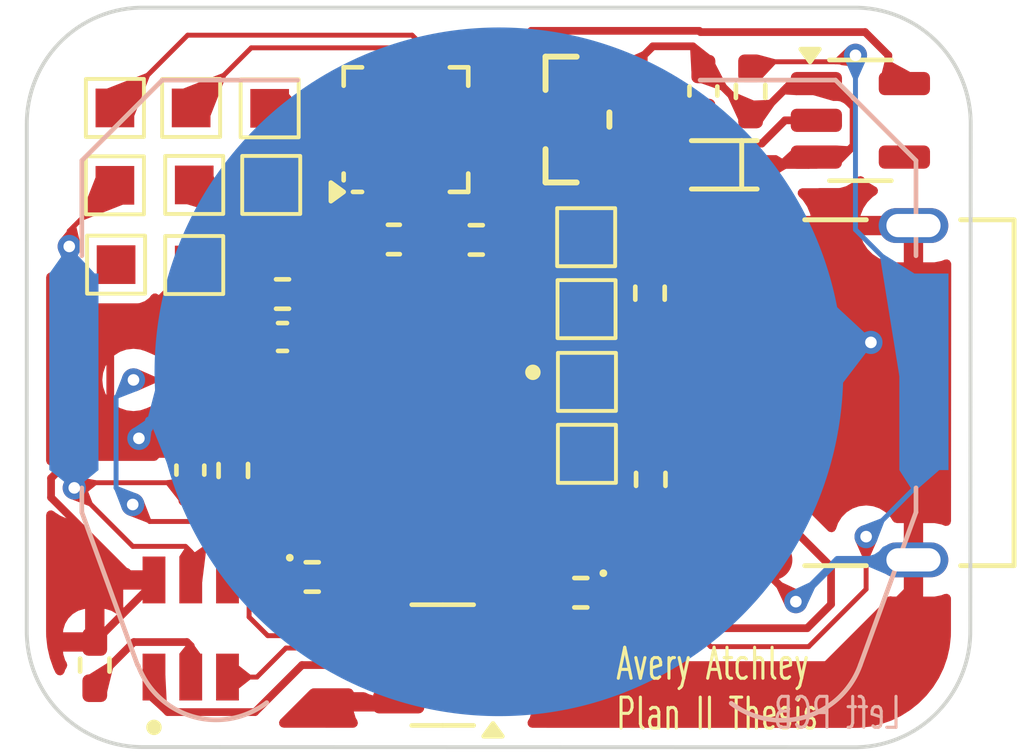
<source format=kicad_pcb>
(kicad_pcb (version 20240108) (generator "pcbnew") (generator_version "8.0")
  (layers (0 "F.Cu" signal) (31 "B.Cu" signal) (34 "B.Paste" user) (35 "F.Paste" user) (36 "B.SilkS" user "B.Silkscreen") (37 "F.SilkS" user "F.Silkscreen") (38 "B.Mask" user) (39 "F.Mask" user) (44 "Edge.Cuts" user))
  (net 0 "")
  (net 1 "B-")
  (net 2 "Net-(U2-GAIN_SLOT)")
  (net 3 "B+")
  (net 4 "VBUS")
  (net 5 "VDD_ESP")
  (net 6 "Net-(J1-CC1_B)")
  (net 7 "D-")
  (net 8 "D+")
  (net 11 "Net-(J1-CC1_A)")
  (net 12 "CLK1")
  (net 13 "SEL1")
  (net 14 "MIC_DATA1")
  (net 15 "Net-(Q1-D)")
  (net 16 "/G1")
  (net 17 "/G2")
  (net 18 "Net-(D2-K)")
  (net 19 "Net-(U3-~{CHRG})")
  (net 20 "Net-(U3-~{STDBY})")
  (net 21 "Net-(D1-K)")
  (net 22 "Net-(U3-PROG)")
  (net 23 "Net-(U4-CS)")
  (net 24 "SPK_P1")
  (net 25 "SPK_N1")
  (net 27 "SPK_DATA1")
  (net 33 "/D1")
  (net 34 "Net-(D5-K)")
  (footprint "MountingHole:Mounting_Pad_Square" (layer "F.Cu") (at 53.16 26.59)
    (property "Reference" "TP29" (hide yes))
    (property "Value" "TestPoint" (hide yes))
    (pad "1" smd rect (at 0 0) (size 1 1) (layers "F.Cu" "F.Mask") (net 8 "D+"))
  )
  (footprint "MountingHole:Mounting_Pad_Square" (layer "F.Cu") (at 53.14 22.85)
    (property "Reference" "TP31" (hide yes))
    (property "Value" "TestPoint" (hide yes))
    (pad "1" smd rect (at 0 0) (size 1 1) (layers "F.Cu" "F.Mask") (net 15 "Net-(Q1-D)"))
  )
  (footprint "LED_SMD:LED_0402_1005Metric" (layer "F.Cu") (at 53.585 30.445 90)
    (property "Reference" "D2" (hide yes))
    (property "Value" "RED_LED" (hide yes))
    (pad "1" smd roundrect (at -0.485 0 90) (size 0.59 0.64) (layers "F.Cu" "F.Paste" "F.Mask") (net 18 "Net-(D2-K)"))
    (pad "2" smd roundrect (at 0.485 0 90) (size 0.59 0.64) (layers "F.Cu" "F.Paste" "F.Mask") (net 4 "VBUS"))
  )
  (footprint "Resistor_SMD:R_0402_1005Metric_Pad0.72x0.64mm_HandSolder" (layer "F.Cu") (at 44.02 28.88 90)
    (property "Reference" "R9" (hide yes))
    (property "Value" "100" (hide yes))
    (pad "1" smd roundrect (at -0.5975 0 90) (size 0.715 0.64) (layers "F.Cu" "F.Paste" "F.Mask") (net 3 "B+"))
    (pad "2" smd roundrect (at 0.5975 0 90) (size 0.715 0.64) (layers "F.Cu" "F.Paste" "F.Mask") (net 1 "B-"))
  )
  (footprint "Resistor_SMD:R_0402_1005Metric" (layer "F.Cu") (at 48.17 22.91)
    (property "Reference" "R10" (hide yes))
    (property "Value" "100k" (hide yes))
    (pad "1" smd roundrect (at -0.51 0) (size 0.54 0.64) (layers "F.Cu" "F.Paste" "F.Mask") (net 2 "Net-(U2-GAIN_SLOT)"))
    (pad "2" smd roundrect (at 0.51 0) (size 0.54 0.64) (layers "F.Cu" "F.Paste" "F.Mask") (net 1 "B-"))
  )
  (footprint "TP4056 (1):SO08-PAD-300" (layer "F.Cu") (at 49.66 27.6338 180)
    (property "Reference" "U3" (hide yes))
    (property "Value" "TP4056")
    (pad "1" smd rect (at -1.905 2.6162 180) (size 0.6 1.8) (layers "F.Cu" "F.Paste" "F.Mask") (net 1 "B-"))
    (pad "2" smd rect (at -0.635 2.6162 180) (size 0.6 1.8) (layers "F.Cu" "F.Paste" "F.Mask") (net 22 "Net-(U3-PROG)"))
    (pad "3" smd rect (at 0.635 2.6162 180) (size 0.6 1.8) (layers "F.Cu" "F.Paste" "F.Mask") (net 1 "B-"))
    (pad "4" smd rect (at 1.905 2.6162 180) (size 0.6 1.8) (layers "F.Cu" "F.Paste" "F.Mask") (net 4 "VBUS"))
    (pad "5" smd rect (at 1.905 -2.6162 180) (size 0.6 1.8) (layers "F.Cu" "F.Paste" "F.Mask") (net 3 "B+"))
    (pad "6" smd rect (at 0.635 -2.6162 180) (size 0.6 1.8) (layers "F.Cu" "F.Paste" "F.Mask") (net 20 "Net-(U3-~{STDBY})"))
    (pad "7" smd rect (at -0.635 -2.6162 180) (size 0.6 1.8) (layers "F.Cu" "F.Paste" "F.Mask") (net 19 "Net-(U3-~{CHRG})"))
    (pad "8" smd rect (at -1.905 -2.6162 180) (size 0.6 1.8) (layers "F.Cu" "F.Paste" "F.Mask") (net 4 "VBUS"))
    (pad "PAD" smd rect (at 0 0 180) (size 3.4 2.5) (layers "F.Cu" "F.Mask") (net 1 "B-"))
  )
  (footprint "Resistor_SMD:R_0402_1005Metric_Pad0.72x0.64mm_HandSolder" (layer "F.Cu") (at 40.44 33.91 90)
    (property "Reference" "R7" (hide yes))
    (property "Value" "1k" (hide yes))
    (pad "1" smd roundrect (at -0.5975 0 90) (size 0.715 0.64) (layers "F.Cu" "F.Paste" "F.Mask") (net 23 "Net-(U4-CS)"))
    (pad "2" smd roundrect (at 0.5975 0 90) (size 0.715 0.64) (layers "F.Cu" "F.Paste" "F.Mask") (net 1 "B-"))
  )
  (footprint "1PS76SB10_135:SOD323_F_" (layer "F.Cu") (at 56.71 20.98)
    (property "Reference" "D5" (hide yes))
    (property "Value" "D_Schottky_Small_Filled" (hide yes))
    (pad "1" smd rect (at 1.1 0) (size 0.5 0.5) (layers "F.Cu" "F.Paste" "F.Mask") (net 34 "Net-(D5-K)"))
    (pad "2" smd rect (at -1.1 0) (size 0.5 0.5) (layers "F.Cu" "F.Paste" "F.Mask") (net 4 "VBUS"))
  )
  (footprint "Capacitor_SMD:C_0402_1005Metric_Pad0.74x0.62mm_HandSolder" (layer "F.Cu") (at 56.17 19.0725 -90)
    (property "Reference" "C1" (hide yes))
    (property "Value" "4.7uF" (hide yes))
    (pad "1" smd roundrect (at -0.5675 0 270) (size 0.735 0.62) (layers "F.Cu" "F.Paste" "F.Mask") (net 34 "Net-(D5-K)"))
    (pad "2" smd roundrect (at 0.5675 0 270) (size 0.735 0.62) (layers "F.Cu" "F.Paste" "F.Mask") (net 1 "B-"))
  )
  (footprint "Capacitor_SMD:C_0402_1005Metric_Pad0.74x0.62mm_HandSolder" (layer "F.Cu") (at 42.91 28.87 90)
    (property "Reference" "C9" (hide yes))
    (property "Value" "100nF" (hide yes))
    (pad "1" smd roundrect (at -0.5675 0 90) (size 0.735 0.62) (layers "F.Cu" "F.Paste" "F.Mask") (net 3 "B+"))
    (pad "2" smd roundrect (at 0.5675 0 90) (size 0.735 0.62) (layers "F.Cu" "F.Paste" "F.Mask") (net 1 "B-"))
  )
  (footprint "LED_SMD:LED_0402_1005Metric" (layer "F.Cu") (at 45.48 30.045 90)
    (property "Reference" "D1" (hide yes))
    (property "Value" "GREEN_LED" (hide yes))
    (pad "1" smd roundrect (at -0.485 0 90) (size 0.59 0.64) (layers "F.Cu" "F.Paste" "F.Mask") (net 21 "Net-(D1-K)"))
    (pad "2" smd roundrect (at 0.485 0 90) (size 0.59 0.64) (layers "F.Cu" "F.Paste" "F.Mask") (net 4 "VBUS"))
  )
  (footprint "MountingHole:Mounting_Pad_Square" (layer "F.Cu") (at 40.99 23.56)
    (property "Reference" "TP14" (hide yes))
    (property "Value" "TestPoint" (hide yes))
    (pad "1" smd rect (at 0 0) (size 1 1) (layers "F.Cu" "F.Mask") (net 14 "MIC_DATA1"))
  )
  (footprint "Resistor_SMD:R_0402_1005Metric_Pad0.72x0.64mm_HandSolder" (layer "F.Cu") (at 45.2925 24.32)
    (property "Reference" "R1" (hide yes))
    (property "Value" "100k" (hide yes))
    (pad "1" smd roundrect (at -0.5975 0) (size 0.715 0.64) (layers "F.Cu" "F.Paste" "F.Mask") (net 4 "VBUS"))
    (pad "2" smd roundrect (at 0.5975 0) (size 0.715 0.64) (layers "F.Cu" "F.Paste" "F.Mask") (net 1 "B-"))
  )
  (footprint "MountingHole:Mounting_Pad_Square" (layer "F.Cu") (at 43.01 21.5)
    (property "Reference" "TP12" (hide yes))
    (property "Value" "TestPoint" (hide yes))
    (pad "1" smd rect (at 0 0) (size 1 1) (layers "F.Cu" "F.Mask") (net 27 "SPK_DATA1"))
  )
  (footprint "Resistor_SMD:R_0402_1005Metric_Pad0.72x0.64mm_HandSolder" (layer "F.Cu") (at 57.39 19.0825 90)
    (property "Reference" "R8" (hide yes))
    (property "Value" "100k" (hide yes))
    (pad "1" smd roundrect (at -0.5975 0 90) (size 0.715 0.64) (layers "F.Cu" "F.Paste" "F.Mask") (net 34 "Net-(D5-K)"))
    (pad "2" smd roundrect (at 0.5975 0 90) (size 0.715 0.64) (layers "F.Cu" "F.Paste" "F.Mask") (net 3 "B+"))
  )
  (footprint "DW01A:SOT95P280X145-6N" (layer "F.Cu") (at 42.92 32.965 90)
    (property "Reference" "U4" (hide yes))
    (property "Value" "DW01A" (hide yes))
    (pad "1" smd rect (at -1.255 -0.95 90) (size 1.21 0.59) (layers "F.Cu" "F.Paste" "F.Mask") (net 16 "/G1"))
    (pad "2" smd rect (at -1.255 0 90) (size 1.21 0.59) (layers "F.Cu" "F.Paste" "F.Mask") (net 23 "Net-(U4-CS)"))
    (pad "3" smd rect (at -1.255 0.95 90) (size 1.21 0.59) (layers "F.Cu" "F.Paste" "F.Mask") (net 17 "/G2"))
    (pad "4" smd rect (at 1.255 0.95 90) (size 1.21 0.59) (layers "F.Cu" "F.Paste" "F.Mask"))
    (pad "5" smd rect (at 1.255 0 90) (size 1.21 0.59) (layers "F.Cu" "F.Paste" "F.Mask") (net 3 "B+"))
    (pad "6" smd rect (at 1.255 -0.95 90) (size 1.21 0.59) (layers "F.Cu" "F.Paste" "F.Mask") (net 1 "B-"))
  )
  (footprint "Resistor_SMD:R_0402_1005Metric_Pad0.72x0.64mm_HandSolder" (layer "F.Cu") (at 54.81 29.11 90)
    (property "Reference" "R2" (hide yes))
    (property "Value" "5.1k" (hide yes))
    (pad "1" smd roundrect (at -0.5975 0 90) (size 0.715 0.64) (layers "F.Cu" "F.Paste" "F.Mask") (net 1 "B-"))
    (pad "2" smd roundrect (at 0.5975 0 90) (size 0.715 0.64) (layers "F.Cu" "F.Paste" "F.Mask") (net 11 "Net-(J1-CC1_A)"))
  )
  (footprint "MountingHole:Mounting_Pad_Square" (layer "F.Cu") (at 40.96 19.51)
    (property "Reference" "TP1" (hide yes))
    (property "Value" "TestPoint" (hide yes))
    (pad "1" smd rect (at 0 0) (size 1 1) (layers "F.Cu" "F.Mask") (net 24 "SPK_P1"))
  )
  (footprint "MountingHole:Mounting_Pad_Square" (layer "F.Cu") (at 53.16 28.45)
    (property "Reference" "TP28" (hide yes))
    (property "Value" "TestPoint" (hide yes))
    (pad "1" smd rect (at 0 0) (size 1 1) (layers "F.Cu" "F.Mask") (net 7 "D-"))
  )
  (footprint "12402012E212A:AMPHENOL_12402012E212A" (layer "F.Cu") (at 61.6 26.87 90)
    (property "Reference" "J1" (hide yes))
    (property "Value" "12402012E212A" (hide yes))
    (pad "A1_B12" smd rect (at -3.2 -4.75 90) (size 0.6 1.14) (layers "F.Cu" "F.Paste" "F.Mask") (net 1 "B-"))
    (pad "A4_B9" smd rect (at -2.4 -4.75 90) (size 0.6 1.14) (layers "F.Cu" "F.Paste" "F.Mask") (net 4 "VBUS"))
    (pad "A5" smd rect (at -1.25 -4.75 90) (size 0.3 1.14) (layers "F.Cu" "F.Paste" "F.Mask") (net 11 "Net-(J1-CC1_A)"))
    (pad "A6" smd rect (at -0.25 -4.75 90) (size 0.3 1.14) (layers "F.Cu" "F.Paste" "F.Mask") (net 8 "D+"))
    (pad "A7" smd rect (at 0.25 -4.75 90) (size 0.3 1.14) (layers "F.Cu" "F.Paste" "F.Mask") (net 7 "D-"))
    (pad "A8" smd rect (at 1.25 -4.75 90) (size 0.3 1.14) (layers "F.Cu" "F.Paste" "F.Mask"))
    (pad "B1_A12" smd rect (at 3.2 -4.75 90) (size 0.6 1.14) (layers "F.Cu" "F.Paste" "F.Mask") (net 1 "B-"))
    (pad "B4_A9" smd rect (at 2.4 -4.75 90) (size 0.6 1.14) (layers "F.Cu" "F.Paste" "F.Mask") (net 4 "VBUS"))
    (pad "B5" smd rect (at 1.75 -4.75 90) (size 0.3 1.14) (layers "F.Cu" "F.Paste" "F.Mask") (net 6 "Net-(J1-CC1_B)"))
    (pad "B6" smd rect (at 0.75 -4.75 90) (size 0.3 1.14) (layers "F.Cu" "F.Paste" "F.Mask") (net 8 "D+"))
    (pad "B7" smd rect (at -0.75 -4.75 90) (size 0.3 1.14) (layers "F.Cu" "F.Paste" "F.Mask") (net 7 "D-"))
    (pad "B8" smd rect (at -1.75 -4.75 90) (size 0.3 1.14) (layers "F.Cu" "F.Paste" "F.Mask"))
    (pad "SH1" smd oval (at -4.32 -4.18 90) (size 1.05 2.1) (layers "F.Cu" "F.Paste" "F.Mask") (net 1 "B-"))
    (pad "SH2" smd oval (at 4.32 -4.18 90) (size 1.05 2.1) (layers "F.Cu" "F.Paste" "F.Mask") (net 1 "B-"))
    (pad "SH3" thru_hole oval (at -4.32 0 90) (size 0.9 1.8) (drill oval 0.6 1.4) (layers "*.Cu" "*.Mask") (net 1 "B-"))
    (pad "SH4" thru_hole oval (at 4.32 0 90) (size 0.9 1.8) (drill oval 0.6 1.4) (layers "*.Cu" "*.Mask") (net 1 "B-"))
  )
  (footprint "MountingHole:Mounting_Pad_Square" (layer "F.Cu") (at 40.96 21.51)
    (property "Reference" "TP27" (hide yes))
    (property "Value" "TestPoint" (hide yes))
    (pad "1" smd rect (at 0 0) (size 1 1) (layers "F.Cu" "F.Mask") (net 3 "B+"))
  )
  (footprint "MountingHole:Mounting_Pad_Square" (layer "F.Cu") (at 43.01 23.57)
    (property "Reference" "TP25" (hide yes))
    (property "Value" "TestPoint" (hide yes))
    (pad "1" smd rect (at 0 0) (size 1 1) (layers "F.Cu" "F.Mask") (net 1 "B-"))
  )
  (footprint "footprints:DMP3099L-7_Correct" (layer "F.Cu") (at 52.9155 19.81 90)
    (property "Reference" "Q1" (hide yes))
    (property "Value" "PMOS" (hide yes))
    (pad "1" smd rect (at 0 -1.0055 90) (size 0.8636 1.6002) (layers "F.Cu" "F.Paste" "F.Mask") (net 15 "Net-(Q1-D)"))
    (pad "2" smd rect (at -0.950001 1.0055 90) (size 0.8636 1.6002) (layers "F.Cu" "F.Paste" "F.Mask") (net 4 "VBUS"))
    (pad "3" smd rect (at 0.950001 1.0055 90) (size 0.8636 1.6002) (layers "F.Cu" "F.Paste" "F.Mask") (net 34 "Net-(D5-K)"))
  )
  (footprint "MountingHole:Mounting_Pad_Square" (layer "F.Cu") (at 53.15 24.71)
    (property "Reference" "TP30" (hide yes))
    (property "Value" "TestPoint" (hide yes))
    (pad "1" smd rect (at 0 0) (size 1 1) (layers "F.Cu" "F.Mask") (net 5 "VDD_ESP"))
  )
  (footprint "Package_TO_SOT_SMD:SOT-23-6" (layer "F.Cu") (at 49.4325 33.91 180)
    (property "Reference" "Q2" (hide yes))
    (property "Value" "FS8205A" (hide yes))
    (pad "1" smd roundrect (at -1.1375 -0.95 180) (size 1.325 0.6) (layers "F.Cu" "F.Paste" "F.Mask") (net 33 "/D1"))
    (pad "2" smd roundrect (at -1.1375 0 180) (size 1.325 0.6) (layers "F.Cu" "F.Paste" "F.Mask") (net 1 "B-"))
    (pad "3" smd roundrect (at -1.1375 0.95 180) (size 1.325 0.6) (layers "F.Cu" "F.Paste" "F.Mask") (net 1 "B-"))
    (pad "4" smd roundrect (at 1.1375 0.95 180) (size 1.325 0.6) (layers "F.Cu" "F.Paste" "F.Mask") (net 17 "/G2"))
    (pad "5" smd roundrect (at 1.1375 0 180) (size 1.325 0.6) (layers "F.Cu" "F.Paste" "F.Mask") (net 16 "/G1"))
    (pad "6" smd roundrect (at 1.1375 -0.95 180) (size 1.325 0.6) (layers "F.Cu" "F.Paste" "F.Mask") (net 1 "B-"))
  )
  (footprint "Resistor_SMD:R_0402_1005Metric_Pad0.72x0.64mm_HandSolder" (layer "F.Cu") (at 46.06 31.6325)
    (property "Reference" "R5" (hide yes))
    (property "Value" "1k" (hide yes))
    (pad "1" smd roundrect (at -0.5975 0) (size 0.715 0.64) (layers "F.Cu" "F.Paste" "F.Mask") (net 21 "Net-(D1-K)"))
    (pad "2" smd roundrect (at 0.5975 0) (size 0.715 0.64) (layers "F.Cu" "F.Paste" "F.Mask") (net 20 "Net-(U3-~{STDBY})"))
  )
  (footprint "Package_DFN_QFN:TQFN-16-1EP_3x3mm_P0.5mm_EP1.23x1.23mm" (layer "F.Cu") (at 48.4825 20.07 90)
    (property "Reference" "U2" (hide yes))
    (property "Value" "MAX98357A" (hide yes))
    (pad "1" smd roundrect (at -1.4375 -0.75 90) (size 0.825 0.25) (layers "F.Cu" "F.Paste" "F.Mask") (net 27 "SPK_DATA1"))
    (pad "2" smd roundrect (at -1.4375 -0.25 90) (size 0.825 0.25) (layers "F.Cu" "F.Paste" "F.Mask") (net 2 "Net-(U2-GAIN_SLOT)"))
    (pad "3" smd roundrect (at -1.4375 0.25 90) (size 0.825 0.25) (layers "F.Cu" "F.Paste" "F.Mask") (net 1 "B-"))
    (pad "4" smd roundrect (at -1.4375 0.75 90) (size 0.825 0.25) (layers "F.Cu" "F.Paste" "F.Mask") (net 5 "VDD_ESP"))
    (pad "5" smd roundrect (at -0.75 1.4375 90) (size 0.25 0.825) (layers "F.Cu" "F.Paste" "F.Mask"))
    (pad "6" smd roundrect (at -0.25 1.4375 90) (size 0.25 0.825) (layers "F.Cu" "F.Paste" "F.Mask"))
    (pad "7" smd roundrect (at 0.25 1.4375 90) (size 0.25 0.825) (layers "F.Cu" "F.Paste" "F.Mask") (net 5 "VDD_ESP"))
    (pad "8" smd roundrect (at 0.75 1.4375 90) (size 0.25 0.825) (layers "F.Cu" "F.Paste" "F.Mask") (net 5 "VDD_ESP"))
    (pad "9" smd roundrect (at 1.4375 0.75 90) (size 0.825 0.25) (layers "F.Cu" "F.Paste" "F.Mask") (net 24 "SPK_P1"))
    (pad "10" smd roundrect (at 1.4375 0.25 90) (size 0.825 0.25) (layers "F.Cu" "F.Paste" "F.Mask") (net 25 "SPK_N1"))
    (pad "11" smd roundrect (at 1.4375 -0.25 90) (size 0.825 0.25) (layers "F.Cu" "F.Paste" "F.Mask") (net 1 "B-"))
    (pad "12" smd roundrect (at 1.4375 -0.75 90) (size 0.825 0.25) (layers "F.Cu" "F.Paste" "F.Mask"))
    (pad "13" smd roundrect (at 0.75 -1.4375 90) (size 0.25 0.825) (layers "F.Cu" "F.Paste" "F.Mask"))
    (pad "14" smd roundrect (at 0.25 -1.4375 90) (size 0.25 0.825) (layers "F.Cu" "F.Paste" "F.Mask") (net 13 "SEL1"))
    (pad "15" smd roundrect (at -0.25 -1.4375 90) (size 0.25 0.825) (layers "F.Cu" "F.Paste" "F.Mask") (net 1 "B-"))
    (pad "16" smd roundrect (at -0.75 -1.4375 90) (size 0.25 0.825) (layers "F.Cu" "F.Paste" "F.Mask") (net 12 "CLK1"))
    (pad "17" smd rect (at 0 0 90) (size 1.23 1.23) (property pad_prop_heatsink) (layers "F.Cu" "F.Mask") (net 1 "B-"))
  )
  (footprint "MountingHole:Mounting_Pad_Square" (layer "F.Cu") (at 45 21.5)
    (property "Reference" "TP11" (hide yes))
    (property "Value" "TestPoint" (hide yes))
    (pad "1" smd rect (at 0 0) (size 1 1) (layers "F.Cu" "F.Mask") (net 12 "CLK1"))
  )
  (footprint "Capacitor_SMD:C_0402_1005Metric_Pad0.74x0.62mm_HandSolder" (layer "F.Cu") (at 45.2925 25.43)
    (property "Reference" "C2" (hide yes))
    (property "Value" "10uF" (hide yes))
    (pad "1" smd roundrect (at -0.5675 0) (size 0.735 0.62) (layers "F.Cu" "F.Paste" "F.Mask") (net 4 "VBUS"))
    (pad "2" smd roundrect (at 0.5675 0) (size 0.735 0.62) (layers "F.Cu" "F.Paste" "F.Mask") (net 1 "B-"))
  )
  (footprint "Resistor_SMD:R_0402_1005Metric_Pad0.72x0.64mm_HandSolder" (layer "F.Cu") (at 53.0025 32.04 180)
    (property "Reference" "R4" (hide yes))
    (property "Value" "1k" (hide yes))
    (pad "1" smd roundrect (at -0.5975 0 180) (size 0.715 0.64) (layers "F.Cu" "F.Paste" "F.Mask") (net 18 "Net-(D2-K)"))
    (pad "2" smd roundrect (at 0.5975 0 180) (size 0.715 0.64) (layers "F.Cu" "F.Paste" "F.Mask") (net 19 "Net-(U3-~{CHRG})"))
  )
  (footprint "Package_TO_SOT_SMD:SOT-23-5" (layer "F.Cu") (at 60.2275 19.83)
    (property "Reference" "U1" (hide yes))
    (property "Value" "AP2112K-3.3" (hide yes))
    (pad "1" smd roundrect (at -1.1375 -0.95) (size 1.325 0.6) (layers "F.Cu" "F.Paste" "F.Mask") (net 34 "Net-(D5-K)"))
    (pad "2" smd roundrect (at -1.1375 0) (size 1.325 0.6) (layers "F.Cu" "F.Paste" "F.Mask") (net 1 "B-"))
    (pad "3" smd roundrect (at -1.1375 0.95) (size 1.325 0.6) (layers "F.Cu" "F.Paste" "F.Mask") (net 34 "Net-(D5-K)"))
    (pad "4" smd roundrect (at 1.1375 0.95) (size 1.325 0.6) (layers "F.Cu" "F.Paste" "F.Mask"))
    (pad "5" smd roundrect (at 1.1375 -0.95) (size 1.325 0.6) (layers "F.Cu" "F.Paste" "F.Mask") (net 5 "VDD_ESP"))
  )
  (footprint "Resistor_SMD:R_0402_1005Metric_Pad0.72x0.64mm_HandSolder" (layer "F.Cu") (at 54.79 24.2975 90)
    (property "Reference" "R3" (hide yes))
    (property "Value" "5.1k" (hide yes))
    (pad "1" smd roundrect (at -0.5975 0 90) (size 0.715 0.64) (layers "F.Cu" "F.Paste" "F.Mask") (net 6 "Net-(J1-CC1_B)"))
    (pad "2" smd roundrect (at 0.5975 0 90) (size 0.715 0.64) (layers "F.Cu" "F.Paste" "F.Mask") (net 1 "B-"))
  )
  (footprint "MountingHole:Mounting_Pad_Square" (layer "F.Cu") (at 44.96 19.52)
    (property "Reference" "TP10" (hide yes))
    (property "Value" "TestPoint" (hide yes))
    (pad "1" smd rect (at 0 0) (size 1 1) (layers "F.Cu" "F.Mask") (net 13 "SEL1"))
  )
  (footprint "MountingHole:Mounting_Pad_Square" (layer "F.Cu") (at 42.93 19.51)
    (property "Reference" "TP2" (hide yes))
    (property "Value" "TestPoint" (hide yes))
    (pad "1" smd rect (at 0 0) (size 1 1) (layers "F.Cu" "F.Mask") (net 25 "SPK_N1"))
  )
  (footprint "Resistor_SMD:R_0402_1005Metric_Pad0.72x0.64mm_HandSolder" (layer "F.Cu") (at 50.3 22.92)
    (property "Reference" "R6" (hide yes))
    (property "Value" "2k" (hide yes))
    (pad "1" smd roundrect (at -0.5975 0) (size 0.715 0.64) (layers "F.Cu" "F.Paste" "F.Mask") (net 1 "B-"))
    (pad "2" smd roundrect (at 0.5975 0) (size 0.715 0.64) (layers "F.Cu" "F.Paste" "F.Mask") (net 22 "Net-(U3-PROG)"))
  )
  (footprint "Battery:BatteryHolder_Keystone_3034_1x20mm_CustomCourtyard" (layer "B.Cu") (at 50.885 26.33 180)
    (property "Reference" "BT2" (hide yes))
    (property "Value" "Battery_Cell" (hide yes))
    (pad "1" smd rect (at -10.985 0 180) (size 1.27 5.08) (layers "B.Cu" "B.Paste" "B.Mask") (net 3 "B+"))
    (pad "1" smd rect (at 10.985 0 180) (size 1.27 5.08) (layers "B.Cu" "B.Paste" "B.Mask") (net 3 "B+"))
    (pad "2" smd circle (at 0 0 180) (size 17.8 17.8) (layers "B.Cu" "B.Mask") (net 1 "B-"))
  )
  (gr_poly (pts (arc (start 41.673927 36.02893) (mid 39.557318 35.152201) (end 38.680589 33.035592)) (arc (start 38.681909 19.916912) (mid 39.560589 17.795592) (end 41.681909 16.916912)) (arc (start 60.079269 16.916912) (mid 62.200589 17.795592) (end 63.079269 19.916912)) (arc (start 63.069269 33.034272) (mid 62.190589 35.155592) (end 60.069269 36.034272))) (stroke (width 0.1)) (fill none) (layer "Edge.Cuts"))
  (gr_text "Left PCB\n" (at 61.32 35.62 0) (layer "B.SilkS") (effects (font (size 0.8 0.5) (thickness 0.08)) (justify left bottom mirror)))
  (gr_text "Avery Atchley\nPlan II Thesis" (at 53.87 35.64 0) (layer "F.SilkS") (effects (font (size 0.8 0.5) (thickness 0.08)) (justify left bottom)))
  (segment (start 49.025 26.9988) (end 49.66 27.6338) (width 0.2) (layer "F.Cu") (net 1))
  (segment (start 57.26 22.39) (end 57.42 22.55) (width 0.2) (layer "F.Cu") (net 1))
  (segment (start 53.95 25.51) (end 52.0574 25.51) (width 0.2) (layer "F.Cu") (net 1))
  (segment (start 57.42 22.55) (end 61.6 22.55) (width 0.2) (layer "F.Cu") (net 1))
  (segment (start 54.11 25.35) (end 53.95 25.51) (width 0.2) (layer "F.Cu") (net 1))
  (segment (start 48.7325 20.32) (end 48.4825 20.07) (width 0.2) (layer "F.Cu") (net 1))
  (segment (start 57.42 22.55) (end 60.44 25.57) (width 0.2) (layer "F.Cu") (net 1))
  (segment (start 57.42 31.19) (end 57.48 31.19) (width 0.2) (layer "F.Cu") (net 1))
  (segment (start 58.28 19.83) (end 57.68 20.43) (width 0.2) (layer "F.Cu") (net 1))
  (segment (start 59.09 19.83) (end 58.28 19.83) (width 0.2) (layer "F.Cu") (net 1))
  (segment (start 48.2325 20.32) (end 48.4825 20.07) (width 0.2) (layer "F.Cu") (net 1))
  (segment (start 40.84 25.74) (end 40.84 27.31) (width 0.2) (layer "F.Cu") (net 1))
  (segment (start 40.34 28.05) (end 41.58 28.05) (width 0.2) (layer "F.Cu") (net 1))
  (segment (start 57.31 20.43) (end 57.26 20.48) (width 0.2) (layer "F.Cu") (net 1))
  (segment (start 54.3525 29.25) (end 52.365 29.25) (width 0.2) (layer "F.Cu") (net 1))
  (segment (start 51.565 25.7288) (end 49.66 27.6338) (width 0.2) (layer "F.Cu") (net 1))
  (segment (start 54.79 23.7) (end 54.11 24.38) (width 0.2) (layer "F.Cu") (net 1))
  (segment (start 56.82 23.7) (end 56.85 23.67) (width 0.2) (layer "F.Cu") (net 1))
  (segment (start 56.96 20.43) (end 56.17 19.64) (width 0.2) (layer "F.Cu") (net 1))
  (segment (start 49.7025 22.92) (end 48.69 22.92) (width 0.2) (layer "F.Cu") (net 1))
  (segment (start 46.68 23.53) (end 48.06 23.53) (width 0.2) (layer "F.Cu") (net 1))
  (segment (start 56.85 23.12) (end 57.42 22.55) (width 0.2) (layer "F.Cu") (net 1))
  (segment (start 41.8325 28.3025) (end 41.58 28.05) (width 0.2) (layer "F.Cu") (net 1))
  (segment (start 48.245 34.78) (end 49.216948 34.78) (width 0.2) (layer "F.Cu") (net 1))
  (segment (start 50.57 33.91) (end 50.57 32.96) (width 0.2) (layer "F.Cu") (net 1))
  (segment (start 56.85 23.67) (end 56.85 23.12) (width 0.2) (layer "F.Cu") (net 1))
  (segment (start 49.025 25.0176) (end 49.025 23.5975) (width 0.2) (layer "F.Cu") (net 1))
  (segment (start 52.0574 25.51) (end 51.565 25.0176) (width 0.2) (layer "F.Cu") (net 1))
  (segment (start 40.44 33.3125) (end 41.97 31.7825) (width 0.2) (layer "F.Cu") (net 1))
  (segment (start 54.11 24.38) (end 54.11 25.35) (width 0.2) (layer "F.Cu") (net 1))
  (segment (start 41.270934 31.505934) (end 41.237405 31.505934) (width 0.2) (layer "F.Cu") (net 1))
  (segment (start 48.7325 22.8575) (end 48.68 22.91) (width 0.2) (layer "F.Cu") (net 1))
  (segment (start 42.91 28.3025) (end 41.8325 28.3025) (width 0.2) (layer "F.Cu") (net 1))
  (segment (start 49.025 25.0176) (end 49.025 26.9988) (width 0.2) (layer "F.Cu") (net 1))
  (segment (start 40.84 27.31) (end 41.58 28.05) (width 0.2) (layer "F.Cu") (net 1))
  (segment (start 57.31 20.43) (end 56.96 20.43) (width 0.2) (layer "F.Cu") (net 1))
  (segment (start 57.42 31.19) (end 57.42 30.64) (width 0.2) (layer "F.Cu") (net 1))
  (segment (start 45.89 24.32) (end 46.68 23.53) (width 0.2) (layer "F.Cu") (net 1))
  (segment (start 57.48 31.19) (end 58.56 32.27) (width 0.2) (layer "F.Cu") (net 1))
  (segment (start 57.26 20.48) (end 57.26 22.39) (width 0.2) (layer "F.Cu") (net 1))
  (segment (start 39.31 29.578529) (end 39.31 29.08) (width 0.2) (layer "F.Cu") (net 1))
  (segment (start 61.6 22.55) (end 61.6 31.19) (width 0.2) (layer "F.Cu") (net 1))
  (segment (start 48.69 22.92) (end 48.68 22.91) (width 0.2) (layer "F.Cu") (net 1))
  (segment (start 50.7488 27.6338) (end 49.66 27.6338) (width 0.2) (layer "F.Cu") (net 1))
  (segment (start 41.97 31.71) (end 41.475 31.71) (width 0.2) (layer "F.Cu") (net 1))
  (segment (start 52.365 29.25) (end 50.7488 27.6338) (width 0.2) (layer "F.Cu") (net 1))
  (segment (start 60.44 25.57) (end 60.5 25.57) (width 0.2) (layer "F.Cu") (net 1))
  (segment (start 41.237405 31.505934) (end 39.31 29.578529) (width 0.2) (layer "F.Cu") (net 1))
  (segment (start 48.06 23.53) (end 48.68 22.91) (width 0.2) (layer "F.Cu") (net 1))
  (segment (start 39.31 29.08) (end 40.34 28.05) (width 0.2) (layer "F.Cu") (net 1))
  (segment (start 45.86 25.43) (end 45.86 24.35) (width 0.2) (layer "F.Cu") (net 1))
  (segment (start 41.97 31.7825) (end 41.97 31.71) (width 0.2) (layer "F.Cu") (net 1))
  (segment (start 61.6 31.84) (end 61.6 31.19) (width 0.2) (layer "F.Cu") (net 1))
  (segment (start 57.42 30.64) (end 56.85 30.07) (width 0.2) (layer "F.Cu") (net 1))
  (segment (start 48.4825 20.07) (end 48.2325 19.82) (width 0.2) (layer "F.Cu") (net 1))
  (segment (start 54.81 29.7075) (end 54.3525 29.25) (width 0.2) (layer "F.Cu") (net 1))
  (segment (start 50.57 33.91) (end 59.53 33.91) (width 0.2) (layer "F.Cu") (net 1))
  (segment (start 45.86 24.35) (end 45.89 24.32) (width 0.2) (layer "F.Cu") (net 1))
  (segment (start 42.91 28.3025) (end 44 28.3025) (width 0.2) (layer "F.Cu") (net 1))
  (segment (start 50.086948 33.91) (end 50.57 33.91) (width 0.2) (layer "F.Cu") (net 1))
  (segment (start 41.475 31.71) (end 41.270934 31.505934) (width 0.2) (layer "F.Cu") (net 1))
  (segment (start 48.7325 21.5075) (end 48.7325 20.32) (width 0.2) (layer "F.Cu") (net 1))
  (segment (start 51.565 25.0176) (end 51.565 25.7288) (width 0.2) (layer "F.Cu") (net 1))
  (segment (start 57.68 20.43) (end 57.31 20.43) (width 0.2) (layer "F.Cu") (net 1))
  (segment (start 47.045 20.32) (end 48.2325 20.32) (width 0.2) (layer "F.Cu") (net 1))
  (segment (start 48.2325 19.82) (end 48.2325 18.6325) (width 0.2) (layer "F.Cu") (net 1))
  (segment (start 49.216948 34.78) (end 50.086948 33.91) (width 0.2) (layer "F.Cu") (net 1))
  (segment (start 50.166948 33.83) (end 50.52 33.83) (width 0.2) (layer "F.Cu") (net 1))
  (segment (start 55.1725 30.07) (end 56.85 30.07) (width 0.2) (layer "F.Cu") (net 1))
  (segment (start 45.89 24.32) (end 45.14 23.57) (width 0.2) (layer "F.Cu") (net 1))
  (segment (start 43.01 23.57) (end 40.84 25.74) (width 0.2) (layer "F.Cu") (net 1))
  (segment (start 49.025 23.5975) (end 49.7025 22.92) (width 0.2) (layer "F.Cu") (net 1))
  (segment (start 54.81 29.7075) (end 55.1725 30.07) (width 0.2) (layer "F.Cu") (net 1))
  (segment (start 48.7325 21.5075) (end 48.7325 22.8575) (width 0.2) (layer "F.Cu") (net 1))
  (segment (start 59.53 33.91) (end 61.6 31.84) (width 0.2) (layer "F.Cu") (net 1))
  (segment (start 45.14 23.57) (end 43.01 23.57) (width 0.2) (layer "F.Cu") (net 1))
  (via (at 41.58 28.05) (size 0.6) (drill 0.3) (layers "F.Cu" "B.Cu") (net 1))
  (via (at 60.5 25.57) (size 0.6) (drill 0.3) (layers "F.Cu" "B.Cu") (net 1))
  (via (at 58.56 32.27) (size 0.6) (drill 0.3) (layers "F.Cu" "B.Cu") (net 1))
  (segment (start 51.645 25.57) (end 50.885 26.33) (width 0.2) (layer "B.Cu") (net 1))
  (segment (start 59.64 31.19) (end 61.6 31.19) (width 0.2) (layer "B.Cu") (net 1))
  (segment (start 41.84 27.79) (end 41.84 27.59) (width 0.2) (layer "B.Cu") (net 1))
  (segment (start 58.56 32.27) (end 59.64 31.19) (width 0.2) (layer "B.Cu") (net 1))
  (segment (start 41.58 28.05) (end 41.84 27.79) (width 0.2) (layer "B.Cu") (net 1))
  (segment (start 49.625 27.59) (end 50.885 26.33) (width 0.2) (layer "B.Cu") (net 1))
  (segment (start 41.84 27.59) (end 49.625 27.59) (width 0.2) (layer "B.Cu") (net 1))
  (segment (start 60.5 25.57) (end 51.645 25.57) (width 0.2) (layer "B.Cu") (net 1))
  (segment (start 48.2325 22.3375) (end 48.2325 21.5075) (width 0.2) (layer "F.Cu") (net 2))
  (segment (start 47.66 22.91) (end 48.2325 22.3375) (width 0.2) (layer "F.Cu") (net 2))
  (segment (start 39.78 22.69) (end 39.78 23.09) (width 0.127) (layer "F.Cu") (net 3))
  (segment (start 44.02 29.4775) (end 44.5875 28.91) (width 0.127) (layer "F.Cu") (net 3))
  (segment (start 44.4285 32.6685) (end 44.4285 30.8415) (width 0.127) (layer "F.Cu") (net 3))
  (segment (start 39.91 29.33) (end 41.4215 30.8415) (width 0.127) (layer "F.Cu") (net 3))
  (segment (start 47.369 32.911) (end 47.137 33.143) (width 0.127) (layer "F.Cu") (net 3))
  (segment (start 42.7835 30.8415) (end 42.92 30.978) (width 0.127) (layer "F.Cu") (net 3))
  (segment (start 42.669 29.1965) (end 42.91 29.4375) (width 0.127) (layer "F.Cu") (net 3))
  (segment (start 44.5875 28.91) (end 46.415 28.91) (width 0.127) (layer "F.Cu") (net 3))
  (segment (start 40.0435 29.1965) (end 42.669 29.1965) (width 0.127) (layer "F.Cu") (net 3))
  (segment (start 60.376107 30.59) (end 60.376107 31.94796) (width 0.127) (layer "F.Cu") (net 3))
  (segment (start 56.359433 33.4335) (end 56.245933 33.32) (width 0.127) (layer "F.Cu") (net 3))
  (segment (start 45.244552 33.143) (end 45.237552 33.15) (width 0.127) (layer "F.Cu") (net 3))
  (segment (start 46.415 28.91) (end 47.755 30.25) (width 0.127) (layer "F.Cu") (net 3))
  (segment (start 39.91 29.33) (end 40.0435 29.1965) (width 0.127) (layer "F.Cu") (net 3))
  (segment (start 43 31.63) (end 42.92 31.71) (width 0.2) (layer "F.Cu") (net 3))
  (segment (start 57.5585 18.3165) (end 59.9335 18.3165) (width 0.127) (layer "F.Cu") (net 3))
  (segment (start 44.4285 30.8415) (end 43.3285 30.8415) (width 0.127) (layer "F.Cu") (net 3))
  (segment (start 47.607066 32.3965) (end 47.369 32.634566) (width 0.127) (layer "F.Cu") (net 3))
  (segment (start 47.369 32.634566) (end 47.369 32.911) (width 0.127) (layer "F.Cu") (net 3))
  (segment (start 41.4215 30.8415) (end 42.7835 30.8415) (width 0.127) (layer "F.Cu") (net 3))
  (segment (start 47.137 33.143) (end 45.244552 33.143) (width 0.127) (layer "F.Cu") (net 3))
  (segment (start 43.3285 30.8415) (end 42.92 31.25) (width 0.127) (layer "F.Cu") (net 3))
  (segment (start 51.257934 32.3965) (end 47.607066 32.3965) (width 0.127) (layer "F.Cu") (net 3))
  (segment (start 58.890567 33.4335) (end 56.359433 33.4335) (width 0.127) (layer "F.Cu") (net 3))
  (segment (start 40.96 21.51) (end 39.78 22.69) (width 0.127) (layer "F.Cu") (net 3))
  (segment (start 57.39 18.485) (end 57.5585 18.3165) (width 0.127) (layer "F.Cu") (net 3))
  (segment (start 42.92 30.978) (end 42.92 31.71) (width 0.127) (layer "F.Cu") (net 3))
  (segment (start 60.376107 31.94796) (end 58.890567 33.4335) (width 0.127) (layer "F.Cu") (net 3))
  (segment (start 56.245933 33.32) (end 52.181434 33.32) (width 0.127) (layer "F.Cu") (net 3))
  (segment (start 45.237552 33.15) (end 44.91 33.15) (width 0.127) (layer "F.Cu") (net 3))
  (segment (start 59.9335 18.3165) (end 60.100735 18.149265) (width 0.127) (layer "F.Cu") (net 3))
  (segment (start 44.91 33.15) (end 44.4285 32.6685) (width 0.127) (layer "F.Cu") (net 3))
  (segment (start 42.91 29.4375) (end 43.98 29.4375) (width 0.2) (layer "F.Cu") (net 3))
  (segment (start 52.181434 33.32) (end 51.257934 32.3965) (width 0.127) (layer "F.Cu") (net 3))
  (segment (start 42.92 31.25) (end 42.92 31.71) (width 0.127) (layer "F.Cu") (net 3))
  (via (at 39.78 23.09) (size 0.6) (drill 0.3) (layers "F.Cu" "B.Cu") (net 3))
  (via (at 60.100735 18.149265) (size 0.6) (drill 0.3) (layers "F.Cu" "B.Cu") (net 3))
  (via (at 39.91 29.33) (size 0.6) (drill 0.3) (layers "F.Cu" "B.Cu") (net 3))
  (via (at 60.376107 30.59) (size 0.6) (drill 0.3) (layers "F.Cu" "B.Cu") (net 3))
  (segment (start 61.87 26.33) (end 61.87 29.096107) (width 0.127) (layer "B.Cu") (net 3))
  (segment (start 61.87 29.096107) (end 60.376107 30.59) (width 0.127) (layer "B.Cu") (net 3))
  (segment (start 39.78 23.09) (end 39.78 26.21) (width 0.127) (layer "B.Cu") (net 3))
  (segment (start 61.87 24.425) (end 61.87 26.33) (width 0.127) (layer "B.Cu") (net 3))
  (segment (start 39.91 26.34) (end 39.9 26.33) (width 0.127) (layer "B.Cu") (net 3))
  (segment (start 39.91 29.33) (end 39.91 26.34) (width 0.127) (layer "B.Cu") (net 3))
  (segment (start 60.100735 22.655735) (end 61.87 24.425) (width 0.127) (layer "B.Cu") (net 3))
  (segment (start 60.100735 18.149265) (end 60.100735 22.655735) (width 0.127) (layer "B.Cu") (net 3))
  (segment (start 39.78 26.21) (end 39.9 26.33) (width 0.127) (layer "B.Cu") (net 3))
  (segment (start 44.8415 32.5415) (end 45.116 32.816) (width 0.127) (layer "F.Cu") (net 4))
  (segment (start 51.855 29.96) (end 53.585 29.96) (width 0.2) (layer "F.Cu") (net 4))
  (segment (start 56.85 29.27) (end 57.455406 29.27) (width 0.2) (layer "F.Cu") (net 4))
  (segment (start 58.8535 32.9565) (end 55.2465 32.9565) (width 0.2) (layer "F.Cu") (net 4))
  (segment (start 45.116 32.816) (end 46.74 32.816) (width 0.127) (layer "F.Cu") (net 4))
  (segment (start 44.8415 30.1985) (end 41.8585 30.1985) (width 0.127) (layer "F.Cu") (net 4))
  (segment (start 53.921 20.760001) (end 55.390001 20.760001) (width 0.2) (layer "F.Cu") (net 4))
  (segment (start 44.695 24.32) (end 44.695 25.4) (width 0.2) (layer "F.Cu") (net 4))
  (segment (start 52.2865 32.9565) (end 55.2465 32.9565) (width 0.127) (layer "F.Cu") (net 4))
  (segment (start 46.74 32.801118) (end 47.481118 32.06) (width 0.127) (layer "F.Cu") (net 4))
  (segment (start 59.47 32.34) (end 58.8535 32.9565) (width 0.2) (layer "F.Cu") (net 4))
  (segment (start 55.61 24) (end 56.08 24.47) (width 0.2) (layer "F.Cu") (net 4))
  (segment (start 56.85 29.27) (end 57.37 29.27) (width 0.2) (layer "F.Cu") (net 4))
  (segment (start 57.39 24.47) (end 56.85 24.47) (width 0.2) (layer "F.Cu") (net 4))
  (segment (start 55.2465 32.9565) (end 54.2575 31.9675) (width 0.2) (layer "F.Cu") (net 4))
  (segment (start 44.695 25.4) (end 44.725 25.43) (width 0.2) (layer "F.Cu") (net 4))
  (segment (start 45.335 26.04) (end 46.7326 26.04) (width 0.2) (layer "F.Cu") (net 4))
  (segment (start 58.15 25.23) (end 57.39 24.47) (width 0.2) (layer "F.Cu") (net 4))
  (segment (start 55.390001 20.760001) (end 55.61 20.98) (width 0.2) (layer "F.Cu") (net 4))
  (segment (start 51.39 32.06) (end 52.2865 32.9565) (width 0.127) (layer "F.Cu") (net 4))
  (segment (start 54.2575 31.9675) (end 54.2575 30.6325) (width 0.2) (layer "F.Cu") (net 4))
  (segment (start 57.455406 29.27) (end 58.15 28.575406) (width 0.2) (layer "F.Cu") (net 4))
  (segment (start 55.61 20.98) (end 55.61 24) (width 0.2) (layer "F.Cu") (net 4))
  (segment (start 42.67 26.54) (end 43.78 25.43) (width 0.127) (layer "F.Cu") (net 4))
  (segment (start 59.47 31.37) (end 59.47 32.34) (width 0.2) (layer "F.Cu") (net 4))
  (segment (start 43.78 25.43) (end 44.725 25.43) (width 0.127) (layer "F.Cu") (net 4))
  (segment (start 54.2575 30.6325) (end 53.585 29.96) (width 0.2) (layer "F.Cu") (net 4))
  (segment (start 41.44 26.54) (end 42.67 26.54) (width 0.127) (layer "F.Cu") (net 4))
  (segment (start 46.74 32.816) (end 46.74 32.801118) (width 0.127) (layer "F.Cu") (net 4))
  (segment (start 41.8585 30.1985) (end 41.42 29.76) (width 0.127) (layer "F.Cu") (net 4))
  (segment (start 57.37 29.27) (end 59.47 31.37) (width 0.2) (layer "F.Cu") (net 4))
  (segment (start 56.08 24.47) (end 56.85 24.47) (width 0.2) (layer "F.Cu") (net 4))
  (segment (start 58.15 28.575406) (end 58.15 25.23) (width 0.2) (layer "F.Cu") (net 4))
  (segment (start 47.481118 32.06) (end 51.39 32.06) (width 0.127) (layer "F.Cu") (net 4))
  (segment (start 44.725 25.43) (end 45.335 26.04) (width 0.2) (layer "F.Cu") (net 4))
  (segment (start 44.8415 30.1985) (end 44.8415 32.5415) (width 0.127) (layer "F.Cu") (net 4))
  (segment (start 45.48 29.56) (end 44.8415 30.1985) (width 0.127) (layer "F.Cu") (net 4))
  (segment (start 51.855 29.96) (end 51.565 30.25) (width 0.2) (layer "F.Cu") (net 4))
  (segment (start 46.7326 26.04) (end 47.755 25.0176) (width 0.2) (layer "F.Cu") (net 4))
  (via (at 41.44 26.54) (size 0.6) (drill 0.3) (layers "F.Cu" "B.Cu") (net 4))
  (via (at 41.42 29.76) (size 0.6) (drill 0.3) (layers "F.Cu" "B.Cu") (net 4))
  (segment (start 40.99 29.33) (end 41.42 29.76) (width 0.127) (layer "B.Cu") (net 4))
  (segment (start 40.99 26.99) (end 40.99 29.33) (width 0.127) (layer "B.Cu") (net 4))
  (segment (start 41.44 26.54) (end 40.99 26.99) (width 0.127) (layer "B.Cu") (net 4))
  (segment (start 50.7 20.85) (end 51.51 21.66) (width 0.2) (layer "F.Cu") (net 5))
  (segment (start 60.95 18.465) (end 60.95 18.150001) (width 0.2) (layer "F.Cu") (net 5))
  (segment (start 50.65 21.02) (end 50.1625 21.5075) (width 0.2) (layer "F.Cu") (net 5))
  (segment (start 52.34 23.9) (end 53.15 24.71) (width 0.2) (layer "F.Cu") (net 5))
  (segment (start 49.92 19.32) (end 49.92 19.82) (width 0.2) (layer "F.Cu") (net 5))
  (segment (start 50.346886 19.82) (end 50.65 20.123114) (width 0.2) (layer "F.Cu") (net 5))
  (segment (start 60.349264 17.549265) (end 56.094951 17.549265) (width 0.2) (layer "F.Cu") (net 5))
  (segment (start 50.65 20.85) (end 50.7 20.85) (width 0.2) (layer "F.Cu") (net 5))
  (segment (start 60.95 18.150001) (end 60.349264 17.549265) (width 0.2) (layer "F.Cu") (net 5))
  (segment (start 52.34 23.350028) (end 52.34 23.9) (width 0.2) (layer "F.Cu") (net 5))
  (segment (start 51.51 21.66) (end 51.51 22.520028) (width 0.2) (layer "F.Cu") (net 5))
  (segment (start 51.723088 17.516912) (end 49.92 19.32) (width 0.2) (layer "F.Cu") (net 5))
  (segment (start 49.92 19.82) (end 50.346886 19.82) (width 0.2) (layer "F.Cu") (net 5))
  (segment (start 56.094951 17.549265) (end 56.062598 17.516912) (width 0.2) (layer "F.Cu") (net 5))
  (segment (start 51.51 22.520028) (end 52.34 23.350028) (width 0.2) (layer "F.Cu") (net 5))
  (segment (start 50.65 20.85) (end 50.65 21.02) (width 0.2) (layer "F.Cu") (net 5))
  (segment (start 50.1625 21.5075) (end 49.2325 21.5075) (width 0.2) (layer "F.Cu") (net 5))
  (segment (start 61.365 18.88) (end 60.95 18.465) (width 0.2) (layer "F.Cu") (net 5))
  (segment (start 50.65 20.123114) (end 50.65 20.85) (width 0.2) (layer "F.Cu") (net 5))
  (segment (start 56.062598 17.516912) (end 51.723088 17.516912) (width 0.2) (layer "F.Cu") (net 5))
  (segment (start 56.85 25.12) (end 55.015 25.12) (width 0.2) (layer "F.Cu") (net 6))
  (segment (start 55.015 25.12) (end 54.79 24.895) (width 0.2) (layer "F.Cu") (net 6))
  (segment (start 53.16 28.45) (end 53.99 27.62) (width 0.2) (layer "F.Cu") (net 7))
  (segment (start 56.03 27.62) (end 56.85 27.62) (width 0.2) (layer "F.Cu") (net 7))
  (segment (start 56.85 26.62) (end 56.03 26.62) (width 0.2) (layer "F.Cu") (net 7))
  (segment (start 53.99 27.62) (end 56.85 27.62) (width 0.2) (layer "F.Cu") (net 7))
  (segment (start 55.98 27.57) (end 56.03 27.62) (width 0.2) (layer "F.Cu") (net 7))
  (segment (start 55.98 26.67) (end 55.98 27.57) (width 0.2) (layer "F.Cu") (net 7))
  (segment (start 56.03 26.62) (end 55.98 26.67) (width 0.2) (layer "F.Cu") (net 7))
  (segment (start 57.67 27.12) (end 57.75 27.04) (width 0.2) (layer "F.Cu") (net 8))
  (segment (start 57.67 26.12) (end 56.85 26.12) (width 0.2) (layer "F.Cu") (net 8))
  (segment (start 56.85 26.12) (end 53.63 26.12) (width 0.2) (layer "F.Cu") (net 8))
  (segment (start 57.75 27.04) (end 57.75 26.2) (width 0.2) (layer "F.Cu") (net 8))
  (segment (start 53.63 26.12) (end 53.16 26.59) (width 0.2) (layer "F.Cu") (net 8))
  (segment (start 57.75 26.2) (end 57.67 26.12) (width 0.2) (layer "F.Cu") (net 8))
  (segment (start 56.85 27.12) (end 57.67 27.12) (width 0.2) (layer "F.Cu") (net 8))
  (segment (start 56.85 28.12) (end 56.03 28.12) (width 0.2) (layer "F.Cu") (net 11))
  (segment (start 56.03 28.12) (end 55.6375 28.5125) (width 0.2) (layer "F.Cu") (net 11))
  (segment (start 55.6375 28.5125) (end 54.81 28.5125) (width 0.2) (layer "F.Cu") (net 11))
  (segment (start 45.68 20.82) (end 45 21.5) (width 0.127) (layer "F.Cu") (net 12))
  (segment (start 47.045 20.82) (end 45.68 20.82) (width 0.127) (layer "F.Cu") (net 12))
  (segment (start 44.96 19.52) (end 45.26 19.82) (width 0.127) (layer "F.Cu") (net 13))
  (segment (start 45.26 19.82) (end 47.045 19.82) (width 0.127) (layer "F.Cu") (net 13))
  (segment (start 53.14 22.85) (end 51.91 21.62) (width 0.2) (layer "F.Cu") (net 15))
  (segment (start 51.91 21.62) (end 51.91 19.81) (width 0.2) (layer "F.Cu") (net 15))
  (segment (start 45.795 33.91) (end 48.295 33.91) (width 0.2) (layer "F.Cu") (net 16))
  (segment (start 41.97 34.22) (end 41.97 34.77) (width 0.2) (layer "F.Cu") (net 16))
  (segment (start 42.325 35.125) (end 44.58 35.125) (width 0.2) (layer "F.Cu") (net 16))
  (segment (start 44.58 35.125) (end 45.795 33.91) (width 0.2) (layer "F.Cu") (net 16))
  (segment (start 41.97 34.77) (end 42.325 35.125) (width 0.2) (layer "F.Cu") (net 16))
  (segment (start 45.38 33.47) (end 47.483566 33.47) (width 0.127) (layer "F.Cu") (net 17))
  (segment (start 43.87 34.22) (end 44.63 34.22) (width 0.127) (layer "F.Cu") (net 17))
  (segment (start 44.63 34.22) (end 45.38 33.47) (width 0.127) (layer "F.Cu") (net 17))
  (segment (start 47.483566 33.47) (end 47.993566 32.96) (width 0.127) (layer "F.Cu") (net 17))
  (segment (start 47.993566 32.96) (end 48.295 32.96) (width 0.127) (layer "F.Cu") (net 17))
  (segment (start 53.6 30.945) (end 53.585 30.93) (width 0.127) (layer "F.Cu") (net 18))
  (segment (start 53.415 30.945) (end 53.4 30.93) (width 0.2) (layer "F.Cu") (net 18))
  (segment (start 53.4 32.0275) (end 53.3975 32.03) (width 0.2) (layer "F.Cu") (net 18))
  (segment (start 53.6 32.04) (end 53.6 30.945) (width 0.127) (layer "F.Cu") (net 18))
  (segment (start 50.295 30.78) (end 50.965 31.45) (width 0.2) (layer "F.Cu") (net 19))
  (segment (start 52.18 32.04) (end 52.405 32.04) (width 0.2) (layer "F.Cu") (net 19))
  (segment (start 50.965 31.45) (end 51.59 31.45) (width 0.2) (layer "F.Cu") (net 19))
  (segment (start 50.295 30.25) (end 50.295 30.78) (width 0.2) (layer "F.Cu") (net 19))
  (segment (start 51.59 31.45) (end 52.18 32.04) (width 0.2) (layer "F.Cu") (net 19))
  (segment (start 49.025 30.25) (end 49.025 30.78) (width 0.2) (layer "F.Cu") (net 20))
  (segment (start 48.1725 31.6325) (end 46.6575 31.6325) (width 0.2) (layer "F.Cu") (net 20))
  (segment (start 49.025 30.78) (end 48.1725 31.6325) (width 0.2) (layer "F.Cu") (net 20))
  (segment (start 45.4625 30.5475) (end 45.48 30.53) (width 0.127) (layer "F.Cu") (net 21))
  (segment (start 45.4625 31.6325) (end 45.4625 30.5475) (width 0.127) (layer "F.Cu") (net 21))
  (segment (start 50.295 23.5225) (end 50.8975 22.92) (width 0.2) (layer "F.Cu") (net 22))
  (segment (start 50.295 25.0176) (end 50.295 23.5225) (width 0.2) (layer "F.Cu") (net 22))
  (segment (start 40.44 34.324972) (end 40.44 34.5075) (width 0.2) (layer "F.Cu") (net 23))
  (segment (start 42.92 33.415) (end 42.82 33.315) (width 0.2) (layer "F.Cu") (net 23))
  (segment (start 42.92 34.22) (end 42.92 33.415) (width 0.2) (layer "F.Cu") (net 23))
  (segment (start 42.82 33.315) (end 41.449972 33.315) (width 0.2) (layer "F.Cu") (net 23))
  (segment (start 41.449972 33.315) (end 40.44 34.324972) (width 0.2) (layer "F.Cu") (net 23))
  (segment (start 48.641999 17.6295) (end 42.8405 17.6295) (width 0.127) (layer "F.Cu") (net 24))
  (segment (start 49.2325 18.220001) (end 48.641999 17.6295) (width 0.127) (layer "F.Cu") (net 24))
  (segment (start 49.2325 18.6325) (end 49.2325 18.220001) (width 0.127) (layer "F.Cu") (net 24))
  (segment (start 42.8405 17.6295) (end 40.96 19.51) (width 0.127) (layer "F.Cu") (net 24))
  (segment (start 48.7325 18.257234) (end 48.431766 17.9565) (width 0.127) (layer "F.Cu") (net 25))
  (segment (start 48.7325 18.6325) (end 48.7325 18.257234) (width 0.127) (layer "F.Cu") (net 25))
  (segment (start 48.431766 17.9565) (end 44.4835 17.9565) (width 0.127) (layer "F.Cu") (net 25))
  (segment (start 44.4835 17.9565) (end 42.93 19.51) (width 0.127) (layer "F.Cu") (net 25))
  (segment (start 43.01 21.5) (end 43.7735 22.2635) (width 0.127) (layer "F.Cu") (net 27))
  (segment (start 47.5465 22.2635) (end 47.7325 22.0775) (width 0.127) (layer "F.Cu") (net 27))
  (segment (start 47.7325 22.0775) (end 47.7325 21.5075) (width 0.127) (layer "F.Cu") (net 27))
  (segment (start 43.7735 22.2635) (end 47.5465 22.2635) (width 0.127) (layer "F.Cu") (net 27))
  (segment (start 56.17 18.505) (end 56.215 18.505) (width 0.2) (layer "F.Cu") (net 34))
  (segment (start 56.215 18.505) (end 57.39 19.68) (width 0.2) (layer "F.Cu") (net 34))
  (segment (start 60.0525 20.479999) (end 60.0525 19.489448) (width 0.2) (layer "F.Cu") (net 34))
  (segment (start 59.752499 20.78) (end 60.0525 20.479999) (width 0.2) (layer "F.Cu") (net 34))
  (segment (start 58.89 20.98) (end 59.09 20.78) (width 0.2) (layer "F.Cu") (net 34))
  (segment (start 59.09 20.78) (end 59.752499 20.78) (width 0.2) (layer "F.Cu") (net 34))
  (segment (start 56.17 18.19) (end 55.896912 17.916912) (width 0.2) (layer "F.Cu") (net 34))
  (segment (start 54.864087 17.916912) (end 53.921 18.859999) (width 0.2) (layer "F.Cu") (net 34))
  (segment (start 59.443052 18.88) (end 59.09 18.88) (width 0.2) (layer "F.Cu") (net 34))
  (segment (start 57.627501 19.68) (end 57.39 19.68) (width 0.2) (layer "F.Cu") (net 34))
  (segment (start 59.09 18.88) (end 58.427501 18.88) (width 0.2) (layer "F.Cu") (net 34))
  (segment (start 58.427501 18.88) (end 57.627501 19.68) (width 0.2) (layer "F.Cu") (net 34))
  (segment (start 60.0525 19.489448) (end 59.443052 18.88) (width 0.2) (layer "F.Cu") (net 34))
  (segment (start 56.17 18.505) (end 56.17 18.19) (width 0.2) (layer "F.Cu") (net 34))
  (segment (start 57.81 20.98) (end 58.89 20.98) (width 0.2) (layer "F.Cu") (net 34))
  (segment (start 55.896912 17.916912) (end 54.864087 17.916912) (width 0.2) (layer "F.Cu") (net 34))
  (zone (net 1) (net_name "B-") (layer "F.Cu") (priority 1) (connect_pads (clearance 0.5)) (min_thickness 0.25) (fill yes (thermal_gap 0.5) (thermal_bridge_width 0.5))
    (polygon (pts (xy 38.13 17.12) (xy 37.99 36) (xy 63 36.04) (xy 62.83 16.72)))
  )
)
</source>
